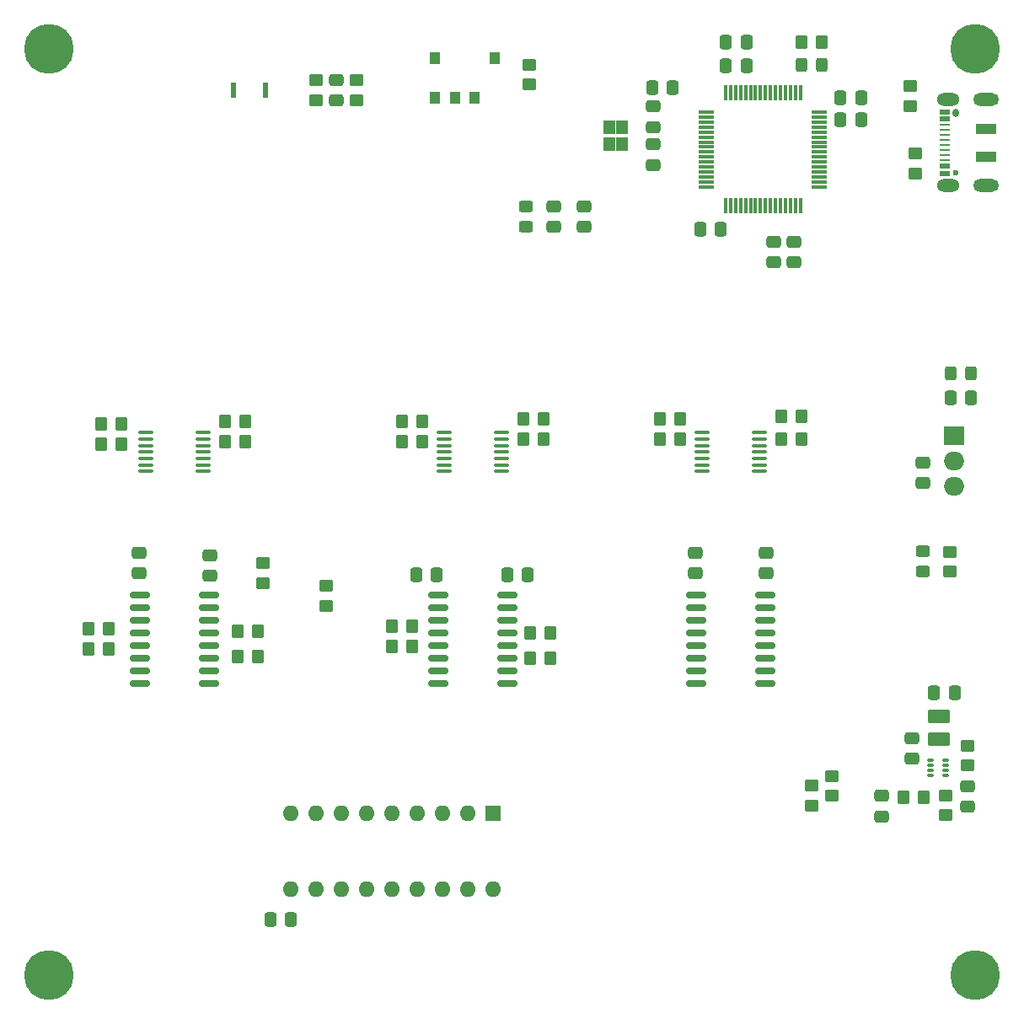
<source format=gbr>
%TF.GenerationSoftware,KiCad,Pcbnew,8.0.2*%
%TF.CreationDate,2024-05-13T15:00:17+02:00*%
%TF.ProjectId,i8008-sbc,69383030-382d-4736-9263-2e6b69636164,rev?*%
%TF.SameCoordinates,Original*%
%TF.FileFunction,Soldermask,Top*%
%TF.FilePolarity,Negative*%
%FSLAX46Y46*%
G04 Gerber Fmt 4.6, Leading zero omitted, Abs format (unit mm)*
G04 Created by KiCad (PCBNEW 8.0.2) date 2024-05-13 15:00:17*
%MOMM*%
%LPD*%
G01*
G04 APERTURE LIST*
G04 Aperture macros list*
%AMRoundRect*
0 Rectangle with rounded corners*
0 $1 Rounding radius*
0 $2 $3 $4 $5 $6 $7 $8 $9 X,Y pos of 4 corners*
0 Add a 4 corners polygon primitive as box body*
4,1,4,$2,$3,$4,$5,$6,$7,$8,$9,$2,$3,0*
0 Add four circle primitives for the rounded corners*
1,1,$1+$1,$2,$3*
1,1,$1+$1,$4,$5*
1,1,$1+$1,$6,$7*
1,1,$1+$1,$8,$9*
0 Add four rect primitives between the rounded corners*
20,1,$1+$1,$2,$3,$4,$5,0*
20,1,$1+$1,$4,$5,$6,$7,0*
20,1,$1+$1,$6,$7,$8,$9,0*
20,1,$1+$1,$8,$9,$2,$3,0*%
G04 Aperture macros list end*
%ADD10RoundRect,0.250000X0.475000X-0.337500X0.475000X0.337500X-0.475000X0.337500X-0.475000X-0.337500X0*%
%ADD11RoundRect,0.150000X-0.837500X-0.150000X0.837500X-0.150000X0.837500X0.150000X-0.837500X0.150000X0*%
%ADD12RoundRect,0.100000X-0.637500X-0.100000X0.637500X-0.100000X0.637500X0.100000X-0.637500X0.100000X0*%
%ADD13RoundRect,0.250000X0.350000X0.450000X-0.350000X0.450000X-0.350000X-0.450000X0.350000X-0.450000X0*%
%ADD14RoundRect,0.250000X-0.450000X0.350000X-0.450000X-0.350000X0.450000X-0.350000X0.450000X0.350000X0*%
%ADD15RoundRect,0.075000X-0.700000X-0.075000X0.700000X-0.075000X0.700000X0.075000X-0.700000X0.075000X0*%
%ADD16RoundRect,0.075000X-0.075000X-0.700000X0.075000X-0.700000X0.075000X0.700000X-0.075000X0.700000X0*%
%ADD17RoundRect,0.250000X-0.337500X-0.475000X0.337500X-0.475000X0.337500X0.475000X-0.337500X0.475000X0*%
%ADD18RoundRect,0.250000X-0.475000X0.337500X-0.475000X-0.337500X0.475000X-0.337500X0.475000X0.337500X0*%
%ADD19RoundRect,0.250000X-0.350000X-0.450000X0.350000X-0.450000X0.350000X0.450000X-0.350000X0.450000X0*%
%ADD20R,1.600000X1.600000*%
%ADD21O,1.600000X1.600000*%
%ADD22RoundRect,0.250001X-0.849999X0.462499X-0.849999X-0.462499X0.849999X-0.462499X0.849999X0.462499X0*%
%ADD23RoundRect,0.250000X-0.325000X-0.450000X0.325000X-0.450000X0.325000X0.450000X-0.325000X0.450000X0*%
%ADD24RoundRect,0.102000X-0.500000X-0.600000X0.500000X-0.600000X0.500000X0.600000X-0.500000X0.600000X0*%
%ADD25C,0.800000*%
%ADD26C,5.000000*%
%ADD27R,1.000000X1.200000*%
%ADD28RoundRect,0.250000X0.450000X-0.350000X0.450000X0.350000X-0.450000X0.350000X-0.450000X-0.350000X0*%
%ADD29RoundRect,0.050000X-0.285000X-0.100000X0.285000X-0.100000X0.285000X0.100000X-0.285000X0.100000X0*%
%ADD30RoundRect,0.250000X0.337500X0.475000X-0.337500X0.475000X-0.337500X-0.475000X0.337500X-0.475000X0*%
%ADD31RoundRect,0.250000X0.450000X-0.325000X0.450000X0.325000X-0.450000X0.325000X-0.450000X-0.325000X0*%
%ADD32C,0.600000*%
%ADD33R,2.000000X1.000000*%
%ADD34O,0.600000X0.850000*%
%ADD35R,1.000000X0.520000*%
%ADD36R,1.000000X0.270000*%
%ADD37O,2.300000X1.300000*%
%ADD38O,2.600000X1.300000*%
%ADD39R,2.000000X1.905000*%
%ADD40O,2.000000X1.905000*%
%ADD41RoundRect,0.250000X0.325000X0.450000X-0.325000X0.450000X-0.325000X-0.450000X0.325000X-0.450000X0*%
%ADD42R,0.550000X1.500000*%
G04 APERTURE END LIST*
D10*
%TO.C,C1*%
X176276000Y-74951500D03*
X176276000Y-72876500D03*
%TD*%
D11*
%TO.C,U10*%
X112615500Y-108331000D03*
X112615500Y-109601000D03*
X112615500Y-110871000D03*
X112615500Y-112141000D03*
X112615500Y-113411000D03*
X112615500Y-114681000D03*
X112615500Y-115951000D03*
X112615500Y-117221000D03*
X119540500Y-117221000D03*
X119540500Y-115951000D03*
X119540500Y-114681000D03*
X119540500Y-113411000D03*
X119540500Y-112141000D03*
X119540500Y-110871000D03*
X119540500Y-109601000D03*
X119540500Y-108331000D03*
%TD*%
D12*
%TO.C,U5*%
X169095500Y-92030000D03*
X169095500Y-92680000D03*
X169095500Y-93330000D03*
X169095500Y-93980000D03*
X169095500Y-94630000D03*
X169095500Y-95280000D03*
X169095500Y-95930000D03*
X174820500Y-95930000D03*
X174820500Y-95280000D03*
X174820500Y-94630000D03*
X174820500Y-93980000D03*
X174820500Y-93330000D03*
X174820500Y-92680000D03*
X174820500Y-92030000D03*
%TD*%
D13*
%TO.C,R20*%
X153146000Y-92710000D03*
X151146000Y-92710000D03*
%TD*%
D14*
%TO.C,R11*%
X193532657Y-128484000D03*
X193532657Y-130484000D03*
%TD*%
D15*
%TO.C,U2*%
X169525000Y-59850000D03*
X169525000Y-60350000D03*
X169525000Y-60850000D03*
X169525000Y-61350000D03*
X169525000Y-61850000D03*
X169525000Y-62350000D03*
X169525000Y-62850000D03*
X169525000Y-63350000D03*
X169525000Y-63850000D03*
X169525000Y-64350000D03*
X169525000Y-64850000D03*
X169525000Y-65350000D03*
X169525000Y-65850000D03*
X169525000Y-66350000D03*
X169525000Y-66850000D03*
X169525000Y-67350000D03*
D16*
X171450000Y-69275000D03*
X171950000Y-69275000D03*
X172450000Y-69275000D03*
X172950000Y-69275000D03*
X173450000Y-69275000D03*
X173950000Y-69275000D03*
X174450000Y-69275000D03*
X174950000Y-69275000D03*
X175450000Y-69275000D03*
X175950000Y-69275000D03*
X176450000Y-69275000D03*
X176950000Y-69275000D03*
X177450000Y-69275000D03*
X177950000Y-69275000D03*
X178450000Y-69275000D03*
X178950000Y-69275000D03*
D15*
X180875000Y-67350000D03*
X180875000Y-66850000D03*
X180875000Y-66350000D03*
X180875000Y-65850000D03*
X180875000Y-65350000D03*
X180875000Y-64850000D03*
X180875000Y-64350000D03*
X180875000Y-63850000D03*
X180875000Y-63350000D03*
X180875000Y-62850000D03*
X180875000Y-62350000D03*
X180875000Y-61850000D03*
X180875000Y-61350000D03*
X180875000Y-60850000D03*
X180875000Y-60350000D03*
X180875000Y-59850000D03*
D16*
X178950000Y-57925000D03*
X178450000Y-57925000D03*
X177950000Y-57925000D03*
X177450000Y-57925000D03*
X176950000Y-57925000D03*
X176450000Y-57925000D03*
X175950000Y-57925000D03*
X175450000Y-57925000D03*
X174950000Y-57925000D03*
X174450000Y-57925000D03*
X173950000Y-57925000D03*
X173450000Y-57925000D03*
X172950000Y-57925000D03*
X172450000Y-57925000D03*
X171950000Y-57925000D03*
X171450000Y-57925000D03*
%TD*%
D17*
%TO.C,C21*%
X149491000Y-106299000D03*
X151566000Y-106299000D03*
%TD*%
D18*
%TO.C,C19*%
X154178000Y-69320500D03*
X154178000Y-71395500D03*
%TD*%
%TO.C,C26*%
X112522000Y-104118500D03*
X112522000Y-106193500D03*
%TD*%
D19*
%TO.C,R21*%
X108728000Y-91186000D03*
X110728000Y-91186000D03*
%TD*%
D18*
%TO.C,C11*%
X164200000Y-63062500D03*
X164200000Y-65137500D03*
%TD*%
D10*
%TO.C,C10*%
X164200000Y-61337500D03*
X164200000Y-59262500D03*
%TD*%
D20*
%TO.C,U1*%
X148072000Y-130312000D03*
D21*
X145532000Y-130312000D03*
X142992000Y-130312000D03*
X140452000Y-130312000D03*
X137912000Y-130312000D03*
X135372000Y-130312000D03*
X132832000Y-130312000D03*
X130292000Y-130312000D03*
X127752000Y-130312000D03*
X127752000Y-137932000D03*
X130292000Y-137932000D03*
X132832000Y-137932000D03*
X135372000Y-137932000D03*
X137912000Y-137932000D03*
X140452000Y-137932000D03*
X142992000Y-137932000D03*
X145532000Y-137932000D03*
X148072000Y-137932000D03*
%TD*%
D22*
%TO.C,L1*%
X192832657Y-120521500D03*
X192832657Y-122846500D03*
%TD*%
D14*
%TO.C,R2*%
X180086000Y-127524000D03*
X180086000Y-129524000D03*
%TD*%
D11*
%TO.C,U9*%
X168495500Y-108331000D03*
X168495500Y-109601000D03*
X168495500Y-110871000D03*
X168495500Y-112141000D03*
X168495500Y-113411000D03*
X168495500Y-114681000D03*
X168495500Y-115951000D03*
X168495500Y-117221000D03*
X175420500Y-117221000D03*
X175420500Y-115951000D03*
X175420500Y-114681000D03*
X175420500Y-113411000D03*
X175420500Y-112141000D03*
X175420500Y-110871000D03*
X175420500Y-109601000D03*
X175420500Y-108331000D03*
%TD*%
D19*
%TO.C,R16*%
X164862000Y-92710000D03*
X166862000Y-92710000D03*
%TD*%
D17*
%TO.C,C6*%
X125708500Y-140970000D03*
X127783500Y-140970000D03*
%TD*%
D23*
%TO.C,FB1*%
X194047000Y-86106000D03*
X196097000Y-86106000D03*
%TD*%
D18*
%TO.C,C15*%
X132334000Y-56620500D03*
X132334000Y-58695500D03*
%TD*%
D19*
%TO.C,R13*%
X138954000Y-90932000D03*
X140954000Y-90932000D03*
%TD*%
D24*
%TO.C,Y1*%
X159750000Y-61350000D03*
X159750000Y-63050000D03*
X161050000Y-63050000D03*
X161050000Y-61350000D03*
%TD*%
D25*
%TO.C,H3*%
X101625000Y-146500000D03*
X102174175Y-145174175D03*
X102174175Y-147825825D03*
X103500000Y-144625000D03*
D26*
X103500000Y-146500000D03*
D25*
X103500000Y-148375000D03*
X104825825Y-145174175D03*
X104825825Y-147825825D03*
X105375000Y-146500000D03*
%TD*%
D14*
%TO.C,R7*%
X195732657Y-123484000D03*
X195732657Y-125484000D03*
%TD*%
D11*
%TO.C,U8*%
X142587500Y-108331000D03*
X142587500Y-109601000D03*
X142587500Y-110871000D03*
X142587500Y-112141000D03*
X142587500Y-113411000D03*
X142587500Y-114681000D03*
X142587500Y-115951000D03*
X142587500Y-117221000D03*
X149512500Y-117221000D03*
X149512500Y-115951000D03*
X149512500Y-114681000D03*
X149512500Y-113411000D03*
X149512500Y-112141000D03*
X149512500Y-110871000D03*
X149512500Y-109601000D03*
X149512500Y-108331000D03*
%TD*%
D27*
%TO.C,SW1*%
X144250000Y-58388000D03*
X146250000Y-58388000D03*
X148250000Y-54388000D03*
X142250000Y-54388000D03*
X142250000Y-58388000D03*
%TD*%
D13*
%TO.C,R32*%
X153814500Y-112141000D03*
X151814500Y-112141000D03*
%TD*%
D28*
%TO.C,R1*%
X182118000Y-128524000D03*
X182118000Y-126524000D03*
%TD*%
D10*
%TO.C,C22*%
X175514000Y-106193500D03*
X175514000Y-104118500D03*
%TD*%
D19*
%TO.C,R15*%
X164862000Y-90678000D03*
X166862000Y-90678000D03*
%TD*%
%TO.C,R22*%
X108728000Y-93218000D03*
X110728000Y-93218000D03*
%TD*%
%TO.C,R14*%
X138954000Y-92964000D03*
X140954000Y-92964000D03*
%TD*%
D13*
%TO.C,R31*%
X153814500Y-114681000D03*
X151814500Y-114681000D03*
%TD*%
D29*
%TO.C,U4*%
X192052657Y-124984000D03*
X192052657Y-125484000D03*
X192052657Y-125984000D03*
X192052657Y-126484000D03*
X193532657Y-126484000D03*
X193532657Y-125984000D03*
X193532657Y-125484000D03*
X193532657Y-124984000D03*
%TD*%
D13*
%TO.C,R19*%
X153146000Y-90678000D03*
X151146000Y-90678000D03*
%TD*%
D17*
%TO.C,C9*%
X168888500Y-71628000D03*
X170963500Y-71628000D03*
%TD*%
%TO.C,C24*%
X140347000Y-106299000D03*
X142422000Y-106299000D03*
%TD*%
D13*
%TO.C,R24*%
X123174000Y-92964000D03*
X121174000Y-92964000D03*
%TD*%
D10*
%TO.C,C13*%
X190132657Y-124821500D03*
X190132657Y-122746500D03*
%TD*%
D13*
%TO.C,R9*%
X181086000Y-52832000D03*
X179086000Y-52832000D03*
%TD*%
D18*
%TO.C,C16*%
X195732657Y-127546500D03*
X195732657Y-129621500D03*
%TD*%
D13*
%TO.C,R34*%
X124444000Y-112014000D03*
X122444000Y-112014000D03*
%TD*%
D18*
%TO.C,C25*%
X168402000Y-104118500D03*
X168402000Y-106193500D03*
%TD*%
D10*
%TO.C,C18*%
X187132657Y-130621500D03*
X187132657Y-128546500D03*
%TD*%
D19*
%TO.C,R28*%
X137938000Y-113538000D03*
X139938000Y-113538000D03*
%TD*%
D17*
%TO.C,C4*%
X164062500Y-57400000D03*
X166137500Y-57400000D03*
%TD*%
D30*
%TO.C,C3*%
X173537500Y-52800000D03*
X171462500Y-52800000D03*
%TD*%
D19*
%TO.C,R30*%
X107458000Y-113792000D03*
X109458000Y-113792000D03*
%TD*%
D14*
%TO.C,R6*%
X190000000Y-57250000D03*
X190000000Y-59250000D03*
%TD*%
D28*
%TO.C,R12*%
X194000000Y-106000000D03*
X194000000Y-104000000D03*
%TD*%
D13*
%TO.C,R10*%
X191332657Y-128684000D03*
X189332657Y-128684000D03*
%TD*%
D28*
%TO.C,R3*%
X151750000Y-57088000D03*
X151750000Y-55088000D03*
%TD*%
D30*
%TO.C,C7*%
X185037500Y-58400000D03*
X182962500Y-58400000D03*
%TD*%
D31*
%TO.C,D2*%
X191271250Y-106025000D03*
X191271250Y-103975000D03*
%TD*%
D32*
%TO.C,J2*%
X194550000Y-65900000D03*
D33*
X197650000Y-64300000D03*
X197650000Y-61500000D03*
D34*
X194550000Y-59900000D03*
D35*
X193450000Y-66000000D03*
X193450000Y-65250000D03*
D36*
X193450000Y-64650000D03*
X193450000Y-63150000D03*
X193450000Y-62150000D03*
X193450000Y-61150000D03*
D35*
X193450000Y-60550000D03*
X193450000Y-59800000D03*
X193450000Y-59800000D03*
X193450000Y-60550000D03*
D36*
X193450000Y-61650000D03*
X193450000Y-62650000D03*
X193450000Y-63650000D03*
X193450000Y-64150000D03*
D35*
X193450000Y-65250000D03*
X193450000Y-66000000D03*
D37*
X193825000Y-67220000D03*
D38*
X197650000Y-67220000D03*
D37*
X193825000Y-58580000D03*
D38*
X197650000Y-58580000D03*
%TD*%
D19*
%TO.C,R27*%
X137954000Y-111506000D03*
X139954000Y-111506000D03*
%TD*%
D30*
%TO.C,C2*%
X185037500Y-60600000D03*
X182962500Y-60600000D03*
%TD*%
D25*
%TO.C,H2*%
X194625000Y-53500000D03*
X195174175Y-52174175D03*
X195174175Y-54825825D03*
X196500000Y-51625000D03*
D26*
X196500000Y-53500000D03*
D25*
X196500000Y-55375000D03*
X197825825Y-52174175D03*
X197825825Y-54825825D03*
X198375000Y-53500000D03*
%TD*%
D28*
%TO.C,R8*%
X130302000Y-58658000D03*
X130302000Y-56658000D03*
%TD*%
D13*
%TO.C,R33*%
X124428000Y-114554000D03*
X122428000Y-114554000D03*
%TD*%
D10*
%TO.C,C23*%
X119634000Y-106447500D03*
X119634000Y-104372500D03*
%TD*%
D30*
%TO.C,C5*%
X173537500Y-55200000D03*
X171462500Y-55200000D03*
%TD*%
D12*
%TO.C,U6*%
X143187500Y-92030000D03*
X143187500Y-92680000D03*
X143187500Y-93330000D03*
X143187500Y-93980000D03*
X143187500Y-94630000D03*
X143187500Y-95280000D03*
X143187500Y-95930000D03*
X148912500Y-95930000D03*
X148912500Y-95280000D03*
X148912500Y-94630000D03*
X148912500Y-93980000D03*
X148912500Y-93330000D03*
X148912500Y-92680000D03*
X148912500Y-92030000D03*
%TD*%
D30*
%TO.C,C12*%
X194470157Y-118184000D03*
X192395157Y-118184000D03*
%TD*%
D13*
%TO.C,R23*%
X123174000Y-90932000D03*
X121174000Y-90932000D03*
%TD*%
D28*
%TO.C,R26*%
X124968000Y-107172000D03*
X124968000Y-105172000D03*
%TD*%
D13*
%TO.C,R18*%
X179054000Y-92710000D03*
X177054000Y-92710000D03*
%TD*%
D18*
%TO.C,C20*%
X157226000Y-69320500D03*
X157226000Y-71395500D03*
%TD*%
D39*
%TO.C,U3*%
X194371250Y-92394750D03*
D40*
X194371250Y-94934750D03*
X194371250Y-97474750D03*
%TD*%
D30*
%TO.C,C14*%
X196109500Y-88506000D03*
X194034500Y-88506000D03*
%TD*%
D10*
%TO.C,C8*%
X178308000Y-74951500D03*
X178308000Y-72876500D03*
%TD*%
D25*
%TO.C,H1*%
X101625000Y-53500000D03*
X102174175Y-52174175D03*
X102174175Y-54825825D03*
X103500000Y-51625000D03*
D26*
X103500000Y-53500000D03*
D25*
X103500000Y-55375000D03*
X104825825Y-52174175D03*
X104825825Y-54825825D03*
X105375000Y-53500000D03*
%TD*%
D19*
%TO.C,R29*%
X107458000Y-111760000D03*
X109458000Y-111760000D03*
%TD*%
D28*
%TO.C,R4*%
X190500000Y-66024000D03*
X190500000Y-64024000D03*
%TD*%
D12*
%TO.C,U7*%
X113215500Y-92030000D03*
X113215500Y-92680000D03*
X113215500Y-93330000D03*
X113215500Y-93980000D03*
X113215500Y-94630000D03*
X113215500Y-95280000D03*
X113215500Y-95930000D03*
X118940500Y-95930000D03*
X118940500Y-95280000D03*
X118940500Y-94630000D03*
X118940500Y-93980000D03*
X118940500Y-93330000D03*
X118940500Y-92680000D03*
X118940500Y-92030000D03*
%TD*%
D14*
%TO.C,R25*%
X131318000Y-107458000D03*
X131318000Y-109458000D03*
%TD*%
%TO.C,R5*%
X134366000Y-56658000D03*
X134366000Y-58658000D03*
%TD*%
D41*
%TO.C,D1*%
X181111000Y-55118000D03*
X179061000Y-55118000D03*
%TD*%
D25*
%TO.C,H4*%
X194625000Y-146500000D03*
X195174175Y-145174175D03*
X195174175Y-147825825D03*
X196500000Y-144625000D03*
D26*
X196500000Y-146500000D03*
D25*
X196500000Y-148375000D03*
X197825825Y-145174175D03*
X197825825Y-147825825D03*
X198375000Y-146500000D03*
%TD*%
D31*
%TO.C,L2*%
X151384000Y-71383000D03*
X151384000Y-69333000D03*
%TD*%
D42*
%TO.C,SW2*%
X125222000Y-57658000D03*
X121972000Y-57658000D03*
%TD*%
D18*
%TO.C,C17*%
X191271250Y-95057250D03*
X191271250Y-97132250D03*
%TD*%
D13*
%TO.C,R17*%
X179054000Y-90424000D03*
X177054000Y-90424000D03*
%TD*%
M02*

</source>
